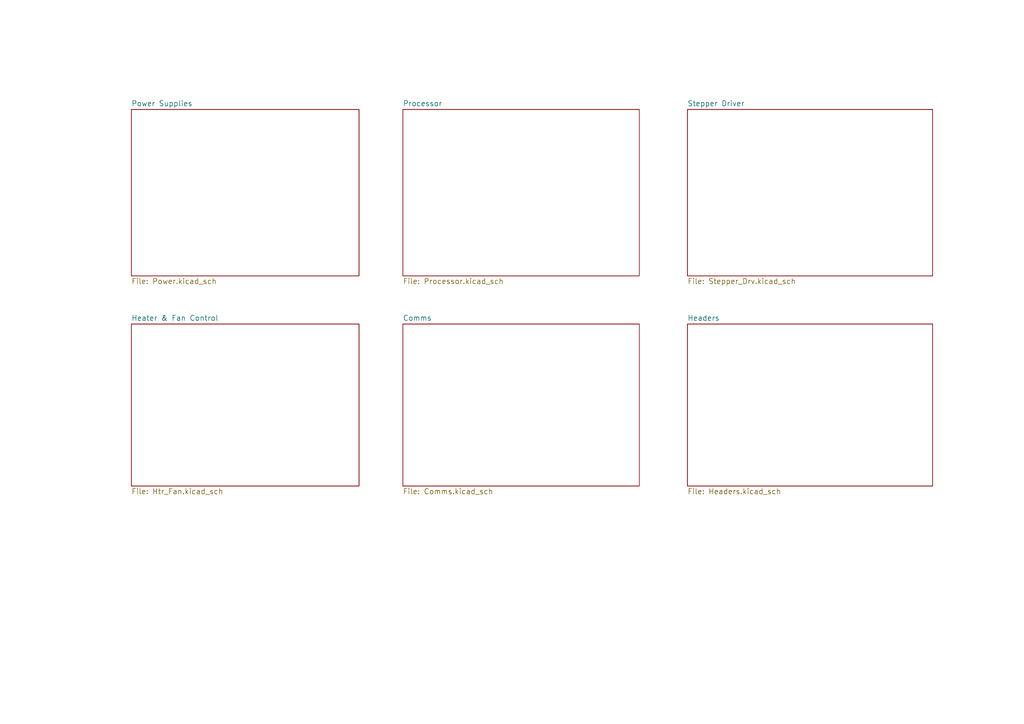
<source format=kicad_sch>
(kicad_sch (version 20211123) (generator eeschema)
  (paper "A4")
  (title_block (title "Duet 2") (date "2023-04-06") (rev "1.06") (company "Duet3D") (comment 1 "https://github.com/T3P3/Duet/blob/master/LICENSE"))
  (lib_symbols)
  (sheet (at 38.1 31.75) (size 66.04 48.26)
    (property "Sheet name" "Power Supplies" (at 38.1 30.9114 0) (effects (font (size 1.524 1.524)) (justify left bottom)))
    (property "Sheet file" "Power.kicad_sch" (at 38.1 80.6962 0) (effects (font (size 1.524 1.524)) (justify left top)))
  )
  (sheet (at 116.84 31.75) (size 68.58 48.26)
    (property "Sheet name" "Processor" (at 116.84 30.9114 0) (effects (font (size 1.524 1.524)) (justify left bottom)))
    (property "Sheet file" "Processor.kicad_sch" (at 116.84 80.6962 0) (effects (font (size 1.524 1.524)) (justify left top)))
  )
  (sheet (at 199.39 31.75) (size 71.12 48.26)
    (property "Sheet name" "Stepper Driver" (at 199.39 30.9114 0) (effects (font (size 1.524 1.524)) (justify left bottom)))
    (property "Sheet file" "Stepper_Drv.kicad_sch" (at 199.39 80.6962 0) (effects (font (size 1.524 1.524)) (justify left top)))
  )
  (sheet (at 38.1 93.98) (size 66.04 46.99)
    (property "Sheet name" "Heater & Fan Control" (at 38.1 93.1414 0) (effects (font (size 1.524 1.524)) (justify left bottom)))
    (property "Sheet file" "Htr_Fan.kicad_sch" (at 38.1 141.6562 0) (effects (font (size 1.524 1.524)) (justify left top)))
  )
  (sheet (at 116.84 93.98) (size 68.58 46.99)
    (property "Sheet name" "Comms" (at 116.84 93.1414 0) (effects (font (size 1.524 1.524)) (justify left bottom)))
    (property "Sheet file" "Comms.kicad_sch" (at 116.84 141.6562 0) (effects (font (size 1.524 1.524)) (justify left top)))
  )
  (sheet (at 199.39 93.98) (size 71.12 46.99)
    (property "Sheet name" "Headers" (at 199.39 93.1414 0) (effects (font (size 1.524 1.524)) (justify left bottom)))
    (property "Sheet file" "Headers.kicad_sch" (at 199.39 141.6562 0) (effects (font (size 1.524 1.524)) (justify left top)))
  )
)
</source>
